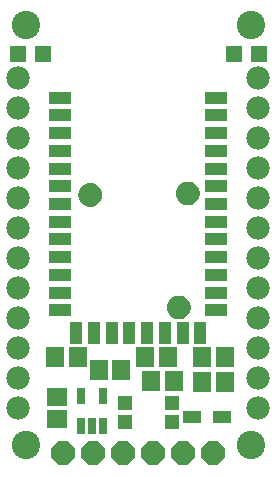
<source format=gbr>
G04 EAGLE Gerber RS-274X export*
G75*
%MOMM*%
%FSLAX34Y34*%
%LPD*%
%INSoldermask Top*%
%IPPOS*%
%AMOC8*
5,1,8,0,0,1.08239X$1,22.5*%
G01*
%ADD10C,2.403200*%
%ADD11R,1.953200X1.103200*%
%ADD12R,1.103200X1.953200*%
%ADD13R,1.503200X1.703200*%
%ADD14P,2.144431X8X292.500000*%
%ADD15R,0.753200X1.403200*%
%ADD16R,1.203200X1.203200*%
%ADD17R,1.403200X1.403200*%
%ADD18R,1.553200X1.003200*%
%ADD19C,1.981200*%
%ADD20R,1.703200X1.503200*%
%ADD21C,1.203200*%
%ADD22C,0.500000*%


D10*
X19050Y19050D03*
X209550Y19050D03*
X19050Y374650D03*
X209550Y374650D03*
D11*
X48300Y313500D03*
X48300Y298500D03*
X48300Y283500D03*
X48300Y268500D03*
X48300Y253500D03*
X48300Y238500D03*
X48300Y223500D03*
X48300Y208500D03*
X48300Y193500D03*
X48300Y178500D03*
X48300Y163500D03*
X48300Y148500D03*
X48300Y133500D03*
D12*
X61800Y114000D03*
X76800Y114000D03*
X91800Y114000D03*
X106800Y114000D03*
X121800Y114000D03*
X136800Y114000D03*
X151800Y114000D03*
X166800Y114000D03*
D11*
X180300Y133500D03*
X180300Y148500D03*
X180300Y163500D03*
X180300Y178500D03*
X180300Y193500D03*
X180300Y208500D03*
X180300Y223500D03*
X180300Y238500D03*
X180300Y253500D03*
X180300Y268500D03*
X180300Y283500D03*
X180300Y298500D03*
X180300Y313500D03*
D13*
X168300Y93980D03*
X187300Y93980D03*
D14*
X177800Y12700D03*
X152400Y12700D03*
X127000Y12700D03*
X101600Y12700D03*
X76200Y12700D03*
X50800Y12700D03*
D15*
X65430Y35259D03*
X74930Y35259D03*
X84430Y35259D03*
X84430Y61261D03*
X65430Y61261D03*
D16*
X103190Y38990D03*
X103190Y54990D03*
X143190Y54990D03*
X143190Y38990D03*
D17*
X216240Y350520D03*
X195240Y350520D03*
D13*
X139040Y93980D03*
X120040Y93980D03*
D17*
X33360Y350520D03*
X12360Y350520D03*
D13*
X99670Y82550D03*
X80670Y82550D03*
X187300Y72390D03*
X168300Y72390D03*
D18*
X160020Y43180D03*
X185420Y43180D03*
D19*
X12700Y330200D03*
X12700Y304800D03*
X12700Y279400D03*
X12700Y254000D03*
X12700Y228600D03*
X12700Y203200D03*
X12700Y177800D03*
X12700Y152400D03*
X12700Y127000D03*
X12700Y101600D03*
X12700Y76200D03*
X12700Y50800D03*
X215900Y330200D03*
X215900Y304800D03*
X215900Y279400D03*
X215900Y254000D03*
X215900Y228600D03*
X215900Y203200D03*
X215900Y177800D03*
X215900Y152400D03*
X215900Y127000D03*
X215900Y101600D03*
X215900Y76200D03*
X215900Y50800D03*
D13*
X125120Y73660D03*
X144120Y73660D03*
X43840Y93980D03*
X62840Y93980D03*
D20*
X45720Y60300D03*
X45720Y41300D03*
D21*
X73660Y231140D03*
D22*
X73660Y238640D02*
X73479Y238638D01*
X73298Y238631D01*
X73117Y238620D01*
X72936Y238605D01*
X72756Y238585D01*
X72576Y238561D01*
X72397Y238533D01*
X72219Y238500D01*
X72042Y238463D01*
X71865Y238422D01*
X71690Y238377D01*
X71515Y238327D01*
X71342Y238273D01*
X71171Y238215D01*
X71000Y238153D01*
X70832Y238086D01*
X70665Y238016D01*
X70499Y237942D01*
X70336Y237863D01*
X70175Y237781D01*
X70015Y237695D01*
X69858Y237605D01*
X69703Y237511D01*
X69550Y237414D01*
X69400Y237312D01*
X69252Y237208D01*
X69106Y237099D01*
X68964Y236988D01*
X68824Y236872D01*
X68687Y236754D01*
X68552Y236632D01*
X68421Y236507D01*
X68293Y236379D01*
X68168Y236248D01*
X68046Y236113D01*
X67928Y235976D01*
X67812Y235836D01*
X67701Y235694D01*
X67592Y235548D01*
X67488Y235400D01*
X67386Y235250D01*
X67289Y235097D01*
X67195Y234942D01*
X67105Y234785D01*
X67019Y234625D01*
X66937Y234464D01*
X66858Y234301D01*
X66784Y234135D01*
X66714Y233968D01*
X66647Y233800D01*
X66585Y233629D01*
X66527Y233458D01*
X66473Y233285D01*
X66423Y233110D01*
X66378Y232935D01*
X66337Y232758D01*
X66300Y232581D01*
X66267Y232403D01*
X66239Y232224D01*
X66215Y232044D01*
X66195Y231864D01*
X66180Y231683D01*
X66169Y231502D01*
X66162Y231321D01*
X66160Y231140D01*
X73660Y238640D02*
X73841Y238638D01*
X74022Y238631D01*
X74203Y238620D01*
X74384Y238605D01*
X74564Y238585D01*
X74744Y238561D01*
X74923Y238533D01*
X75101Y238500D01*
X75278Y238463D01*
X75455Y238422D01*
X75630Y238377D01*
X75805Y238327D01*
X75978Y238273D01*
X76149Y238215D01*
X76320Y238153D01*
X76488Y238086D01*
X76655Y238016D01*
X76821Y237942D01*
X76984Y237863D01*
X77145Y237781D01*
X77305Y237695D01*
X77462Y237605D01*
X77617Y237511D01*
X77770Y237414D01*
X77920Y237312D01*
X78068Y237208D01*
X78214Y237099D01*
X78356Y236988D01*
X78496Y236872D01*
X78633Y236754D01*
X78768Y236632D01*
X78899Y236507D01*
X79027Y236379D01*
X79152Y236248D01*
X79274Y236113D01*
X79392Y235976D01*
X79508Y235836D01*
X79619Y235694D01*
X79728Y235548D01*
X79832Y235400D01*
X79934Y235250D01*
X80031Y235097D01*
X80125Y234942D01*
X80215Y234785D01*
X80301Y234625D01*
X80383Y234464D01*
X80462Y234301D01*
X80536Y234135D01*
X80606Y233968D01*
X80673Y233800D01*
X80735Y233629D01*
X80793Y233458D01*
X80847Y233285D01*
X80897Y233110D01*
X80942Y232935D01*
X80983Y232758D01*
X81020Y232581D01*
X81053Y232403D01*
X81081Y232224D01*
X81105Y232044D01*
X81125Y231864D01*
X81140Y231683D01*
X81151Y231502D01*
X81158Y231321D01*
X81160Y231140D01*
X81158Y230959D01*
X81151Y230778D01*
X81140Y230597D01*
X81125Y230416D01*
X81105Y230236D01*
X81081Y230056D01*
X81053Y229877D01*
X81020Y229699D01*
X80983Y229522D01*
X80942Y229345D01*
X80897Y229170D01*
X80847Y228995D01*
X80793Y228822D01*
X80735Y228651D01*
X80673Y228480D01*
X80606Y228312D01*
X80536Y228145D01*
X80462Y227979D01*
X80383Y227816D01*
X80301Y227655D01*
X80215Y227495D01*
X80125Y227338D01*
X80031Y227183D01*
X79934Y227030D01*
X79832Y226880D01*
X79728Y226732D01*
X79619Y226586D01*
X79508Y226444D01*
X79392Y226304D01*
X79274Y226167D01*
X79152Y226032D01*
X79027Y225901D01*
X78899Y225773D01*
X78768Y225648D01*
X78633Y225526D01*
X78496Y225408D01*
X78356Y225292D01*
X78214Y225181D01*
X78068Y225072D01*
X77920Y224968D01*
X77770Y224866D01*
X77617Y224769D01*
X77462Y224675D01*
X77305Y224585D01*
X77145Y224499D01*
X76984Y224417D01*
X76821Y224338D01*
X76655Y224264D01*
X76488Y224194D01*
X76320Y224127D01*
X76149Y224065D01*
X75978Y224007D01*
X75805Y223953D01*
X75630Y223903D01*
X75455Y223858D01*
X75278Y223817D01*
X75101Y223780D01*
X74923Y223747D01*
X74744Y223719D01*
X74564Y223695D01*
X74384Y223675D01*
X74203Y223660D01*
X74022Y223649D01*
X73841Y223642D01*
X73660Y223640D01*
X73479Y223642D01*
X73298Y223649D01*
X73117Y223660D01*
X72936Y223675D01*
X72756Y223695D01*
X72576Y223719D01*
X72397Y223747D01*
X72219Y223780D01*
X72042Y223817D01*
X71865Y223858D01*
X71690Y223903D01*
X71515Y223953D01*
X71342Y224007D01*
X71171Y224065D01*
X71000Y224127D01*
X70832Y224194D01*
X70665Y224264D01*
X70499Y224338D01*
X70336Y224417D01*
X70175Y224499D01*
X70015Y224585D01*
X69858Y224675D01*
X69703Y224769D01*
X69550Y224866D01*
X69400Y224968D01*
X69252Y225072D01*
X69106Y225181D01*
X68964Y225292D01*
X68824Y225408D01*
X68687Y225526D01*
X68552Y225648D01*
X68421Y225773D01*
X68293Y225901D01*
X68168Y226032D01*
X68046Y226167D01*
X67928Y226304D01*
X67812Y226444D01*
X67701Y226586D01*
X67592Y226732D01*
X67488Y226880D01*
X67386Y227030D01*
X67289Y227183D01*
X67195Y227338D01*
X67105Y227495D01*
X67019Y227655D01*
X66937Y227816D01*
X66858Y227979D01*
X66784Y228145D01*
X66714Y228312D01*
X66647Y228480D01*
X66585Y228651D01*
X66527Y228822D01*
X66473Y228995D01*
X66423Y229170D01*
X66378Y229345D01*
X66337Y229522D01*
X66300Y229699D01*
X66267Y229877D01*
X66239Y230056D01*
X66215Y230236D01*
X66195Y230416D01*
X66180Y230597D01*
X66169Y230778D01*
X66162Y230959D01*
X66160Y231140D01*
D21*
X148590Y135890D03*
D22*
X148590Y143390D02*
X148409Y143388D01*
X148228Y143381D01*
X148047Y143370D01*
X147866Y143355D01*
X147686Y143335D01*
X147506Y143311D01*
X147327Y143283D01*
X147149Y143250D01*
X146972Y143213D01*
X146795Y143172D01*
X146620Y143127D01*
X146445Y143077D01*
X146272Y143023D01*
X146101Y142965D01*
X145930Y142903D01*
X145762Y142836D01*
X145595Y142766D01*
X145429Y142692D01*
X145266Y142613D01*
X145105Y142531D01*
X144945Y142445D01*
X144788Y142355D01*
X144633Y142261D01*
X144480Y142164D01*
X144330Y142062D01*
X144182Y141958D01*
X144036Y141849D01*
X143894Y141738D01*
X143754Y141622D01*
X143617Y141504D01*
X143482Y141382D01*
X143351Y141257D01*
X143223Y141129D01*
X143098Y140998D01*
X142976Y140863D01*
X142858Y140726D01*
X142742Y140586D01*
X142631Y140444D01*
X142522Y140298D01*
X142418Y140150D01*
X142316Y140000D01*
X142219Y139847D01*
X142125Y139692D01*
X142035Y139535D01*
X141949Y139375D01*
X141867Y139214D01*
X141788Y139051D01*
X141714Y138885D01*
X141644Y138718D01*
X141577Y138550D01*
X141515Y138379D01*
X141457Y138208D01*
X141403Y138035D01*
X141353Y137860D01*
X141308Y137685D01*
X141267Y137508D01*
X141230Y137331D01*
X141197Y137153D01*
X141169Y136974D01*
X141145Y136794D01*
X141125Y136614D01*
X141110Y136433D01*
X141099Y136252D01*
X141092Y136071D01*
X141090Y135890D01*
X148590Y143390D02*
X148771Y143388D01*
X148952Y143381D01*
X149133Y143370D01*
X149314Y143355D01*
X149494Y143335D01*
X149674Y143311D01*
X149853Y143283D01*
X150031Y143250D01*
X150208Y143213D01*
X150385Y143172D01*
X150560Y143127D01*
X150735Y143077D01*
X150908Y143023D01*
X151079Y142965D01*
X151250Y142903D01*
X151418Y142836D01*
X151585Y142766D01*
X151751Y142692D01*
X151914Y142613D01*
X152075Y142531D01*
X152235Y142445D01*
X152392Y142355D01*
X152547Y142261D01*
X152700Y142164D01*
X152850Y142062D01*
X152998Y141958D01*
X153144Y141849D01*
X153286Y141738D01*
X153426Y141622D01*
X153563Y141504D01*
X153698Y141382D01*
X153829Y141257D01*
X153957Y141129D01*
X154082Y140998D01*
X154204Y140863D01*
X154322Y140726D01*
X154438Y140586D01*
X154549Y140444D01*
X154658Y140298D01*
X154762Y140150D01*
X154864Y140000D01*
X154961Y139847D01*
X155055Y139692D01*
X155145Y139535D01*
X155231Y139375D01*
X155313Y139214D01*
X155392Y139051D01*
X155466Y138885D01*
X155536Y138718D01*
X155603Y138550D01*
X155665Y138379D01*
X155723Y138208D01*
X155777Y138035D01*
X155827Y137860D01*
X155872Y137685D01*
X155913Y137508D01*
X155950Y137331D01*
X155983Y137153D01*
X156011Y136974D01*
X156035Y136794D01*
X156055Y136614D01*
X156070Y136433D01*
X156081Y136252D01*
X156088Y136071D01*
X156090Y135890D01*
X156088Y135709D01*
X156081Y135528D01*
X156070Y135347D01*
X156055Y135166D01*
X156035Y134986D01*
X156011Y134806D01*
X155983Y134627D01*
X155950Y134449D01*
X155913Y134272D01*
X155872Y134095D01*
X155827Y133920D01*
X155777Y133745D01*
X155723Y133572D01*
X155665Y133401D01*
X155603Y133230D01*
X155536Y133062D01*
X155466Y132895D01*
X155392Y132729D01*
X155313Y132566D01*
X155231Y132405D01*
X155145Y132245D01*
X155055Y132088D01*
X154961Y131933D01*
X154864Y131780D01*
X154762Y131630D01*
X154658Y131482D01*
X154549Y131336D01*
X154438Y131194D01*
X154322Y131054D01*
X154204Y130917D01*
X154082Y130782D01*
X153957Y130651D01*
X153829Y130523D01*
X153698Y130398D01*
X153563Y130276D01*
X153426Y130158D01*
X153286Y130042D01*
X153144Y129931D01*
X152998Y129822D01*
X152850Y129718D01*
X152700Y129616D01*
X152547Y129519D01*
X152392Y129425D01*
X152235Y129335D01*
X152075Y129249D01*
X151914Y129167D01*
X151751Y129088D01*
X151585Y129014D01*
X151418Y128944D01*
X151250Y128877D01*
X151079Y128815D01*
X150908Y128757D01*
X150735Y128703D01*
X150560Y128653D01*
X150385Y128608D01*
X150208Y128567D01*
X150031Y128530D01*
X149853Y128497D01*
X149674Y128469D01*
X149494Y128445D01*
X149314Y128425D01*
X149133Y128410D01*
X148952Y128399D01*
X148771Y128392D01*
X148590Y128390D01*
X148409Y128392D01*
X148228Y128399D01*
X148047Y128410D01*
X147866Y128425D01*
X147686Y128445D01*
X147506Y128469D01*
X147327Y128497D01*
X147149Y128530D01*
X146972Y128567D01*
X146795Y128608D01*
X146620Y128653D01*
X146445Y128703D01*
X146272Y128757D01*
X146101Y128815D01*
X145930Y128877D01*
X145762Y128944D01*
X145595Y129014D01*
X145429Y129088D01*
X145266Y129167D01*
X145105Y129249D01*
X144945Y129335D01*
X144788Y129425D01*
X144633Y129519D01*
X144480Y129616D01*
X144330Y129718D01*
X144182Y129822D01*
X144036Y129931D01*
X143894Y130042D01*
X143754Y130158D01*
X143617Y130276D01*
X143482Y130398D01*
X143351Y130523D01*
X143223Y130651D01*
X143098Y130782D01*
X142976Y130917D01*
X142858Y131054D01*
X142742Y131194D01*
X142631Y131336D01*
X142522Y131482D01*
X142418Y131630D01*
X142316Y131780D01*
X142219Y131933D01*
X142125Y132088D01*
X142035Y132245D01*
X141949Y132405D01*
X141867Y132566D01*
X141788Y132729D01*
X141714Y132895D01*
X141644Y133062D01*
X141577Y133230D01*
X141515Y133401D01*
X141457Y133572D01*
X141403Y133745D01*
X141353Y133920D01*
X141308Y134095D01*
X141267Y134272D01*
X141230Y134449D01*
X141197Y134627D01*
X141169Y134806D01*
X141145Y134986D01*
X141125Y135166D01*
X141110Y135347D01*
X141099Y135528D01*
X141092Y135709D01*
X141090Y135890D01*
D21*
X156210Y232410D03*
D22*
X156210Y239910D02*
X156029Y239908D01*
X155848Y239901D01*
X155667Y239890D01*
X155486Y239875D01*
X155306Y239855D01*
X155126Y239831D01*
X154947Y239803D01*
X154769Y239770D01*
X154592Y239733D01*
X154415Y239692D01*
X154240Y239647D01*
X154065Y239597D01*
X153892Y239543D01*
X153721Y239485D01*
X153550Y239423D01*
X153382Y239356D01*
X153215Y239286D01*
X153049Y239212D01*
X152886Y239133D01*
X152725Y239051D01*
X152565Y238965D01*
X152408Y238875D01*
X152253Y238781D01*
X152100Y238684D01*
X151950Y238582D01*
X151802Y238478D01*
X151656Y238369D01*
X151514Y238258D01*
X151374Y238142D01*
X151237Y238024D01*
X151102Y237902D01*
X150971Y237777D01*
X150843Y237649D01*
X150718Y237518D01*
X150596Y237383D01*
X150478Y237246D01*
X150362Y237106D01*
X150251Y236964D01*
X150142Y236818D01*
X150038Y236670D01*
X149936Y236520D01*
X149839Y236367D01*
X149745Y236212D01*
X149655Y236055D01*
X149569Y235895D01*
X149487Y235734D01*
X149408Y235571D01*
X149334Y235405D01*
X149264Y235238D01*
X149197Y235070D01*
X149135Y234899D01*
X149077Y234728D01*
X149023Y234555D01*
X148973Y234380D01*
X148928Y234205D01*
X148887Y234028D01*
X148850Y233851D01*
X148817Y233673D01*
X148789Y233494D01*
X148765Y233314D01*
X148745Y233134D01*
X148730Y232953D01*
X148719Y232772D01*
X148712Y232591D01*
X148710Y232410D01*
X156210Y239910D02*
X156391Y239908D01*
X156572Y239901D01*
X156753Y239890D01*
X156934Y239875D01*
X157114Y239855D01*
X157294Y239831D01*
X157473Y239803D01*
X157651Y239770D01*
X157828Y239733D01*
X158005Y239692D01*
X158180Y239647D01*
X158355Y239597D01*
X158528Y239543D01*
X158699Y239485D01*
X158870Y239423D01*
X159038Y239356D01*
X159205Y239286D01*
X159371Y239212D01*
X159534Y239133D01*
X159695Y239051D01*
X159855Y238965D01*
X160012Y238875D01*
X160167Y238781D01*
X160320Y238684D01*
X160470Y238582D01*
X160618Y238478D01*
X160764Y238369D01*
X160906Y238258D01*
X161046Y238142D01*
X161183Y238024D01*
X161318Y237902D01*
X161449Y237777D01*
X161577Y237649D01*
X161702Y237518D01*
X161824Y237383D01*
X161942Y237246D01*
X162058Y237106D01*
X162169Y236964D01*
X162278Y236818D01*
X162382Y236670D01*
X162484Y236520D01*
X162581Y236367D01*
X162675Y236212D01*
X162765Y236055D01*
X162851Y235895D01*
X162933Y235734D01*
X163012Y235571D01*
X163086Y235405D01*
X163156Y235238D01*
X163223Y235070D01*
X163285Y234899D01*
X163343Y234728D01*
X163397Y234555D01*
X163447Y234380D01*
X163492Y234205D01*
X163533Y234028D01*
X163570Y233851D01*
X163603Y233673D01*
X163631Y233494D01*
X163655Y233314D01*
X163675Y233134D01*
X163690Y232953D01*
X163701Y232772D01*
X163708Y232591D01*
X163710Y232410D01*
X163708Y232229D01*
X163701Y232048D01*
X163690Y231867D01*
X163675Y231686D01*
X163655Y231506D01*
X163631Y231326D01*
X163603Y231147D01*
X163570Y230969D01*
X163533Y230792D01*
X163492Y230615D01*
X163447Y230440D01*
X163397Y230265D01*
X163343Y230092D01*
X163285Y229921D01*
X163223Y229750D01*
X163156Y229582D01*
X163086Y229415D01*
X163012Y229249D01*
X162933Y229086D01*
X162851Y228925D01*
X162765Y228765D01*
X162675Y228608D01*
X162581Y228453D01*
X162484Y228300D01*
X162382Y228150D01*
X162278Y228002D01*
X162169Y227856D01*
X162058Y227714D01*
X161942Y227574D01*
X161824Y227437D01*
X161702Y227302D01*
X161577Y227171D01*
X161449Y227043D01*
X161318Y226918D01*
X161183Y226796D01*
X161046Y226678D01*
X160906Y226562D01*
X160764Y226451D01*
X160618Y226342D01*
X160470Y226238D01*
X160320Y226136D01*
X160167Y226039D01*
X160012Y225945D01*
X159855Y225855D01*
X159695Y225769D01*
X159534Y225687D01*
X159371Y225608D01*
X159205Y225534D01*
X159038Y225464D01*
X158870Y225397D01*
X158699Y225335D01*
X158528Y225277D01*
X158355Y225223D01*
X158180Y225173D01*
X158005Y225128D01*
X157828Y225087D01*
X157651Y225050D01*
X157473Y225017D01*
X157294Y224989D01*
X157114Y224965D01*
X156934Y224945D01*
X156753Y224930D01*
X156572Y224919D01*
X156391Y224912D01*
X156210Y224910D01*
X156029Y224912D01*
X155848Y224919D01*
X155667Y224930D01*
X155486Y224945D01*
X155306Y224965D01*
X155126Y224989D01*
X154947Y225017D01*
X154769Y225050D01*
X154592Y225087D01*
X154415Y225128D01*
X154240Y225173D01*
X154065Y225223D01*
X153892Y225277D01*
X153721Y225335D01*
X153550Y225397D01*
X153382Y225464D01*
X153215Y225534D01*
X153049Y225608D01*
X152886Y225687D01*
X152725Y225769D01*
X152565Y225855D01*
X152408Y225945D01*
X152253Y226039D01*
X152100Y226136D01*
X151950Y226238D01*
X151802Y226342D01*
X151656Y226451D01*
X151514Y226562D01*
X151374Y226678D01*
X151237Y226796D01*
X151102Y226918D01*
X150971Y227043D01*
X150843Y227171D01*
X150718Y227302D01*
X150596Y227437D01*
X150478Y227574D01*
X150362Y227714D01*
X150251Y227856D01*
X150142Y228002D01*
X150038Y228150D01*
X149936Y228300D01*
X149839Y228453D01*
X149745Y228608D01*
X149655Y228765D01*
X149569Y228925D01*
X149487Y229086D01*
X149408Y229249D01*
X149334Y229415D01*
X149264Y229582D01*
X149197Y229750D01*
X149135Y229921D01*
X149077Y230092D01*
X149023Y230265D01*
X148973Y230440D01*
X148928Y230615D01*
X148887Y230792D01*
X148850Y230969D01*
X148817Y231147D01*
X148789Y231326D01*
X148765Y231506D01*
X148745Y231686D01*
X148730Y231867D01*
X148719Y232048D01*
X148712Y232229D01*
X148710Y232410D01*
M02*

</source>
